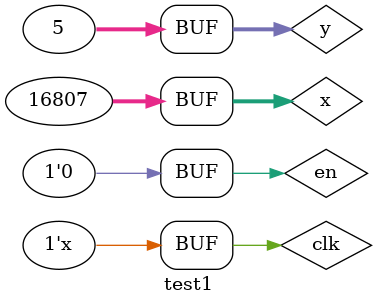
<source format=v>
`timescale 1ns / 1ps

module test1;

    // Inputs
    reg clk;
    reg en;
    reg [31:0] y;
    reg [31:0] x;

    // Outputs
    wire [31:0] q;
    wire [31:0] r;
    wire done;

    // Instantiate the Unit Under Test (UUT)
    div uut (
        .clk(clk), 
        .en(en), 
        .y(y), 
        .x(x), 
        .q(q), 
        .r(r), 
        .done(done)
    );

    initial begin
        // Initialize Inputs
        clk = 0;
        en = 0;
        y = 0;
        x = 0;

        // Wait 100 ns for global reset to finish
        #100;

        y = 5;
        x = 16807;
      en <= 1;
      #20;
      en <= 0;
      // #200;
      // y <= 100;
      // x <= 3;
      // en <= 1;
      // #20;
      // en <= 0;
        
        // Add stimulus here

    end

    always #10 clk <= ~clk;
      
endmodule


</source>
